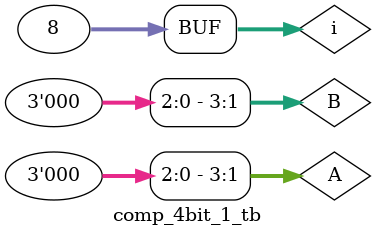
<source format=v>
module comp_4bit_1 (
    input [3:0]a,b ,   //input lines
    output agb,aeb,alb   //outputs 

);

assign agb=a>b?1:0;                         
  assign aeb=(a==b)?1:0;      //dataflow modelling             
assign alb=a<b?1:0;
    
endmodule

module  comp_4bit_1_tb;
wire AGB,AEB,ALB;
reg [3:0]A,B;
integer i;
comp_4bit_1 dut(.a(A), .b(B), .agb(AGB), .aeb(AEB), .alb(ALB));

initial
begin
      $monitor("[%t], A=%D, B=%d, A>B=%D, A==B=%D, A<B=%D",$time,A,B,AGB,AEB,ALB);
     for(i=0;i<8;i=i+1)
     begin
        #10 A=$random; B=$random;

     end
end
    
endmodule

</source>
